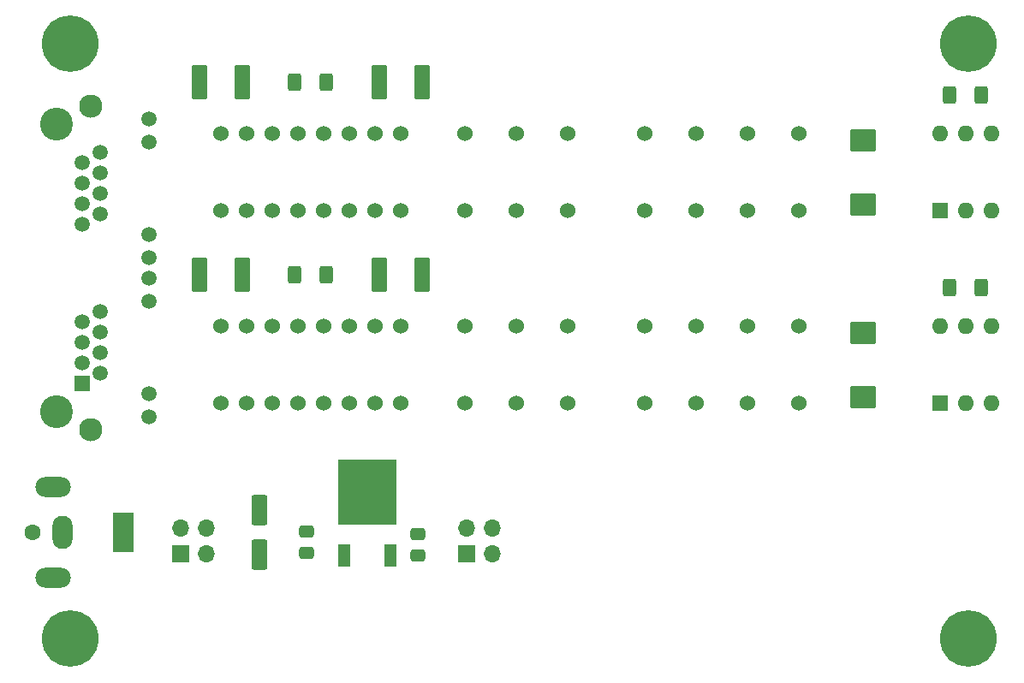
<source format=gts>
%TF.GenerationSoftware,KiCad,Pcbnew,6.0.9+dfsg-1*%
%TF.CreationDate,2022-12-03T23:10:23+00:00*%
%TF.ProjectId,Token_Ring_MAU,546f6b65-6e5f-4526-996e-675f4d41552e,rev?*%
%TF.SameCoordinates,Original*%
%TF.FileFunction,Soldermask,Top*%
%TF.FilePolarity,Negative*%
%FSLAX46Y46*%
G04 Gerber Fmt 4.6, Leading zero omitted, Abs format (unit mm)*
G04 Created by KiCad (PCBNEW 6.0.9+dfsg-1) date 2022-12-03 23:10:23*
%MOMM*%
%LPD*%
G01*
G04 APERTURE LIST*
G04 Aperture macros list*
%AMRoundRect*
0 Rectangle with rounded corners*
0 $1 Rounding radius*
0 $2 $3 $4 $5 $6 $7 $8 $9 X,Y pos of 4 corners*
0 Add a 4 corners polygon primitive as box body*
4,1,4,$2,$3,$4,$5,$6,$7,$8,$9,$2,$3,0*
0 Add four circle primitives for the rounded corners*
1,1,$1+$1,$2,$3*
1,1,$1+$1,$4,$5*
1,1,$1+$1,$6,$7*
1,1,$1+$1,$8,$9*
0 Add four rect primitives between the rounded corners*
20,1,$1+$1,$2,$3,$4,$5,0*
20,1,$1+$1,$4,$5,$6,$7,0*
20,1,$1+$1,$6,$7,$8,$9,0*
20,1,$1+$1,$8,$9,$2,$3,0*%
G04 Aperture macros list end*
%ADD10RoundRect,0.250000X0.475000X-0.337500X0.475000X0.337500X-0.475000X0.337500X-0.475000X-0.337500X0*%
%ADD11C,1.524000*%
%ADD12RoundRect,0.250000X0.537500X1.450000X-0.537500X1.450000X-0.537500X-1.450000X0.537500X-1.450000X0*%
%ADD13C,1.600000*%
%ADD14R,2.000000X4.000000*%
%ADD15O,2.000000X3.300000*%
%ADD16O,3.500000X2.000000*%
%ADD17R,1.600000X1.600000*%
%ADD18O,1.600000X1.600000*%
%ADD19RoundRect,0.250000X1.025000X-0.875000X1.025000X0.875000X-1.025000X0.875000X-1.025000X-0.875000X0*%
%ADD20RoundRect,0.250000X-0.400000X-0.625000X0.400000X-0.625000X0.400000X0.625000X-0.400000X0.625000X0*%
%ADD21C,5.600000*%
%ADD22RoundRect,0.250000X0.550000X-1.250000X0.550000X1.250000X-0.550000X1.250000X-0.550000X-1.250000X0*%
%ADD23R,1.700000X1.700000*%
%ADD24O,1.700000X1.700000*%
%ADD25R,1.200000X2.200000*%
%ADD26R,5.800000X6.400000*%
%ADD27C,3.250000*%
%ADD28R,1.500000X1.500000*%
%ADD29C,1.500000*%
%ADD30C,2.300000*%
G04 APERTURE END LIST*
D10*
X129000000Y-105937500D03*
X129000000Y-103862500D03*
D11*
X162410000Y-91150000D03*
X167490000Y-91150000D03*
X154790000Y-91150000D03*
X172570000Y-91150000D03*
X149710000Y-91150000D03*
X177650000Y-91150000D03*
X144630000Y-91150000D03*
X144630000Y-83530000D03*
X177650000Y-83530000D03*
X149710000Y-83530000D03*
X172570000Y-83530000D03*
X154790000Y-83530000D03*
X167490000Y-83530000D03*
X162410000Y-83530000D03*
D12*
X122637500Y-78450000D03*
X118362500Y-78450000D03*
X140417500Y-78450000D03*
X136142500Y-78450000D03*
D13*
X101887000Y-103909000D03*
D14*
X110887000Y-103909000D03*
D15*
X104887000Y-103909000D03*
D16*
X103887000Y-108409000D03*
X103887000Y-99409000D03*
D17*
X191635000Y-91140000D03*
D18*
X194175000Y-91140000D03*
X196715000Y-91140000D03*
X196715000Y-83520000D03*
X194175000Y-83520000D03*
X191635000Y-83520000D03*
D19*
X184000000Y-71490000D03*
X184000000Y-65090000D03*
X184000000Y-90540000D03*
X184000000Y-84140000D03*
D11*
X120500000Y-72100000D03*
X123040000Y-72100000D03*
X125580000Y-72100000D03*
X128120000Y-72100000D03*
X130660000Y-72100000D03*
X133200000Y-72100000D03*
X135740000Y-72100000D03*
X138280000Y-72100000D03*
X138280000Y-64480000D03*
X135740000Y-64480000D03*
X133200000Y-64480000D03*
X130660000Y-64480000D03*
X128120000Y-64480000D03*
X125580000Y-64480000D03*
X123040000Y-64480000D03*
X120500000Y-64480000D03*
D20*
X127840000Y-59400000D03*
X130940000Y-59400000D03*
D21*
X194400000Y-114400000D03*
D20*
X192610000Y-79720000D03*
X195710000Y-79720000D03*
X192610000Y-60670000D03*
X195710000Y-60670000D03*
D17*
X191635000Y-72090000D03*
D18*
X194175000Y-72090000D03*
X196715000Y-72090000D03*
X196715000Y-64470000D03*
X194175000Y-64470000D03*
X191635000Y-64470000D03*
D22*
X124300000Y-106109000D03*
X124300000Y-101709000D03*
D12*
X122637500Y-59400000D03*
X118362500Y-59400000D03*
X140417500Y-59400000D03*
X136142500Y-59400000D03*
D11*
X120500000Y-91150000D03*
X123040000Y-91150000D03*
X125580000Y-91150000D03*
X128120000Y-91150000D03*
X130660000Y-91150000D03*
X133200000Y-91150000D03*
X135740000Y-91150000D03*
X138280000Y-91150000D03*
X138280000Y-83530000D03*
X135740000Y-83530000D03*
X133200000Y-83530000D03*
X130660000Y-83530000D03*
X128120000Y-83530000D03*
X125580000Y-83530000D03*
X123040000Y-83530000D03*
X120500000Y-83530000D03*
D23*
X144780000Y-106000000D03*
D24*
X144780000Y-103460000D03*
X147320000Y-106000000D03*
X147320000Y-103460000D03*
D25*
X132720000Y-106200000D03*
D26*
X135000000Y-99900000D03*
D25*
X137280000Y-106200000D03*
D20*
X127840000Y-78450000D03*
X130940000Y-78450000D03*
D10*
X140000000Y-106193500D03*
X140000000Y-104118500D03*
D27*
X104242000Y-63517000D03*
X104242000Y-91967000D03*
D28*
X106782000Y-89177000D03*
D29*
X108562000Y-88161000D03*
X106782000Y-87145000D03*
X108562000Y-86129000D03*
X106782000Y-85113000D03*
X108562000Y-84097000D03*
X106782000Y-83081000D03*
X108562000Y-82065000D03*
X113382000Y-92477000D03*
X113382000Y-90187000D03*
X113382000Y-81047000D03*
X113382000Y-78757000D03*
X106782000Y-73427000D03*
X108562000Y-72411000D03*
X106782000Y-71395000D03*
X108562000Y-70379000D03*
X106782000Y-69363000D03*
X108562000Y-68347000D03*
X106782000Y-67331000D03*
X108562000Y-66315000D03*
X113382000Y-76727000D03*
X113382000Y-74437000D03*
X113382000Y-65297000D03*
X113382000Y-63007000D03*
D30*
X107672000Y-61747000D03*
X107672000Y-93747000D03*
D21*
X194400000Y-55600000D03*
X105600000Y-114400000D03*
D11*
X162410000Y-72100000D03*
X167490000Y-72100000D03*
X154790000Y-72100000D03*
X172570000Y-72100000D03*
X149710000Y-72100000D03*
X177650000Y-72100000D03*
X144630000Y-72100000D03*
X144630000Y-64480000D03*
X177650000Y-64480000D03*
X149710000Y-64480000D03*
X172570000Y-64480000D03*
X154790000Y-64480000D03*
X167490000Y-64480000D03*
X162410000Y-64480000D03*
D23*
X116581000Y-106000000D03*
D24*
X116581000Y-103460000D03*
X119121000Y-106000000D03*
X119121000Y-103460000D03*
D21*
X105600000Y-55600000D03*
M02*

</source>
